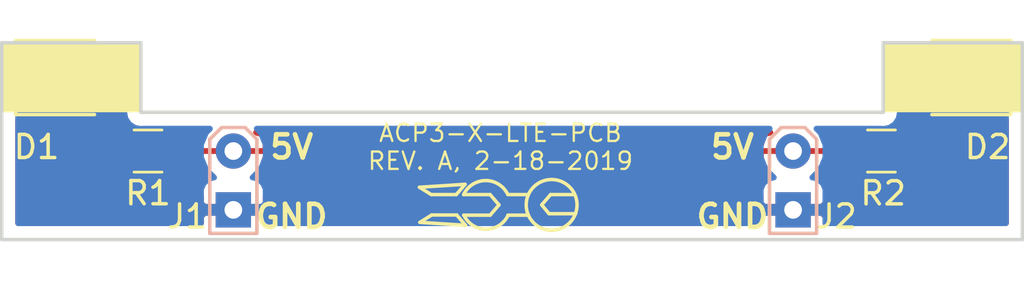
<source format=kicad_pcb>
(kicad_pcb (version 20171130) (host pcbnew "(5.0.0)")

  (general
    (thickness 1.6)
    (drawings 13)
    (tracks 8)
    (zones 0)
    (modules 7)
    (nets 5)
  )

  (page A4)
  (layers
    (0 F.Cu signal)
    (31 B.Cu signal)
    (32 B.Adhes user)
    (33 F.Adhes user)
    (34 B.Paste user)
    (35 F.Paste user)
    (36 B.SilkS user)
    (37 F.SilkS user)
    (38 B.Mask user)
    (39 F.Mask user)
    (40 Dwgs.User user)
    (41 Cmts.User user)
    (42 Eco1.User user)
    (43 Eco2.User user)
    (44 Edge.Cuts user)
    (45 Margin user)
    (46 B.CrtYd user)
    (47 F.CrtYd user)
    (48 B.Fab user)
    (49 F.Fab user)
  )

  (setup
    (last_trace_width 0.25)
    (trace_clearance 0.2)
    (zone_clearance 0.508)
    (zone_45_only no)
    (trace_min 0.2)
    (segment_width 0.2)
    (edge_width 0.15)
    (via_size 0.8)
    (via_drill 0.4)
    (via_min_size 0.4)
    (via_min_drill 0.3)
    (uvia_size 0.3)
    (uvia_drill 0.1)
    (uvias_allowed no)
    (uvia_min_size 0.2)
    (uvia_min_drill 0.1)
    (pcb_text_width 0.3)
    (pcb_text_size 1.5 1.5)
    (mod_edge_width 0.15)
    (mod_text_size 1 1)
    (mod_text_width 0.15)
    (pad_size 1.524 1.524)
    (pad_drill 0.762)
    (pad_to_mask_clearance 0.0508)
    (aux_axis_origin 0 0)
    (grid_origin 107.95 63.5)
    (visible_elements FFFFFF7F)
    (pcbplotparams
      (layerselection 0x010fc_ffffffff)
      (usegerberextensions false)
      (usegerberattributes false)
      (usegerberadvancedattributes false)
      (creategerberjobfile false)
      (excludeedgelayer true)
      (linewidth 0.254000)
      (plotframeref false)
      (viasonmask false)
      (mode 1)
      (useauxorigin false)
      (hpglpennumber 1)
      (hpglpenspeed 20)
      (hpglpendiameter 15.000000)
      (psnegative false)
      (psa4output false)
      (plotreference true)
      (plotvalue true)
      (plotinvisibletext false)
      (padsonsilk false)
      (subtractmaskfromsilk false)
      (outputformat 1)
      (mirror false)
      (drillshape 1)
      (scaleselection 1)
      (outputdirectory ""))
  )

  (net 0 "")
  (net 1 GND)
  (net 2 "Net-(D1-Pad2)")
  (net 3 "Net-(D2-Pad2)")
  (net 4 5V)

  (net_class Default "This is the default net class."
    (clearance 0.2)
    (trace_width 0.25)
    (via_dia 0.8)
    (via_drill 0.4)
    (uvia_dia 0.3)
    (uvia_drill 0.1)
    (add_net 5V)
    (add_net GND)
    (add_net "Net-(D1-Pad2)")
    (add_net "Net-(D2-Pad2)")
  )

  (module "AOR_custom:WL-SMTW SMD LED" (layer F.Cu) (tedit 5C2849BC) (tstamp 5C7793F2)
    (at 107.95 63.5)
    (path /5C6B4429)
    (fp_text reference D1 (at -1.5 3) (layer F.SilkS)
      (effects (font (size 1 1) (thickness 0.15)))
    )
    (fp_text value LED (at 0.1 2.5) (layer F.Fab)
      (effects (font (size 1 1) (thickness 0.15)))
    )
    (fp_line (start -1.6 1.4) (end 1.6 1.4) (layer F.SilkS) (width 0.15))
    (fp_line (start 1.6 1.4) (end 1.6 -1.4) (layer F.SilkS) (width 0.15))
    (fp_line (start -1.6 -0.8) (end -1 -1.4) (layer F.SilkS) (width 0.15))
    (fp_line (start -1 -1.4) (end 1.6 -1.4) (layer F.SilkS) (width 0.15))
    (fp_line (start -1.6 1.4) (end -1.6 -0.8) (layer F.SilkS) (width 0.15))
    (fp_line (start 1 -1.6) (end -2.4 -1.6) (layer F.SilkS) (width 0.15))
    (fp_line (start -2.4 -1.6) (end -2.4 1.6) (layer F.SilkS) (width 0.15))
    (fp_line (start -2.4 1.6) (end 1 1.6) (layer F.SilkS) (width 0.15))
    (pad 1 smd roundrect (at -1.425 0) (size 1.6 2.4) (layers F.Cu F.Paste F.Mask) (roundrect_rratio 0.25)
      (net 1 GND))
    (pad 2 smd roundrect (at 1.425 0) (size 1.6 2.4) (layers F.Cu F.Paste F.Mask) (roundrect_rratio 0.25)
      (net 2 "Net-(D1-Pad2)"))
  )

  (module "AOR_custom:WL-SMTW SMD LED" (layer F.Cu) (tedit 5C2849BC) (tstamp 5C779400)
    (at 146.05 63.5 180)
    (path /5C6B477F)
    (fp_text reference D2 (at -1.4 -3 180) (layer F.SilkS)
      (effects (font (size 1 1) (thickness 0.15)))
    )
    (fp_text value LED (at 0.1 2.5 180) (layer F.Fab)
      (effects (font (size 1 1) (thickness 0.15)))
    )
    (fp_line (start -2.4 1.6) (end 1 1.6) (layer F.SilkS) (width 0.15))
    (fp_line (start -2.4 -1.6) (end -2.4 1.6) (layer F.SilkS) (width 0.15))
    (fp_line (start 1 -1.6) (end -2.4 -1.6) (layer F.SilkS) (width 0.15))
    (fp_line (start -1.6 1.4) (end -1.6 -0.8) (layer F.SilkS) (width 0.15))
    (fp_line (start -1 -1.4) (end 1.6 -1.4) (layer F.SilkS) (width 0.15))
    (fp_line (start -1.6 -0.8) (end -1 -1.4) (layer F.SilkS) (width 0.15))
    (fp_line (start 1.6 1.4) (end 1.6 -1.4) (layer F.SilkS) (width 0.15))
    (fp_line (start -1.6 1.4) (end 1.6 1.4) (layer F.SilkS) (width 0.15))
    (pad 2 smd roundrect (at 1.425 0 180) (size 1.6 2.4) (layers F.Cu F.Paste F.Mask) (roundrect_rratio 0.25)
      (net 3 "Net-(D2-Pad2)"))
    (pad 1 smd roundrect (at -1.425 0 180) (size 1.6 2.4) (layers F.Cu F.Paste F.Mask) (roundrect_rratio 0.25)
      (net 1 GND))
  )

  (module AOR_custom:header_01x02 (layer F.Cu) (tedit 5C6B48DB) (tstamp 5C779413)
    (at 114.935 67.945 90)
    (path /5C6B467A)
    (fp_text reference J1 (at -1.555 -1.985 180) (layer F.SilkS)
      (effects (font (size 1 1) (thickness 0.15)))
    )
    (fp_text value Conn_01x02 (at 0 -0.5 90) (layer F.Fab)
      (effects (font (size 1 1) (thickness 0.15)))
    )
    (fp_line (start -2.286 1.016) (end 1.778 1.016) (layer F.SilkS) (width 0.15))
    (fp_line (start 1.778 1.016) (end 2.286 0.508) (layer F.SilkS) (width 0.15))
    (fp_line (start 2.286 0.508) (end 2.286 -0.508) (layer F.SilkS) (width 0.15))
    (fp_line (start 2.286 -0.508) (end 1.778 -1.016) (layer F.SilkS) (width 0.15))
    (fp_line (start 1.778 -1.016) (end -2.286 -1.016) (layer F.SilkS) (width 0.15))
    (fp_line (start -2.286 -1.016) (end -2.286 1.016) (layer F.SilkS) (width 0.15))
    (fp_line (start -2.286 1.016) (end 1.778 1.016) (layer B.SilkS) (width 0.15))
    (fp_line (start 1.778 1.016) (end 2.286 0.508) (layer B.SilkS) (width 0.15))
    (fp_line (start 2.286 0.508) (end 2.286 -0.508) (layer B.SilkS) (width 0.15))
    (fp_line (start 2.286 -0.508) (end 1.778 -1.016) (layer B.SilkS) (width 0.15))
    (fp_line (start 1.778 -1.016) (end -2.286 -1.016) (layer B.SilkS) (width 0.15))
    (fp_line (start -2.286 -1.016) (end -2.286 1.016) (layer B.SilkS) (width 0.15))
    (fp_text user "" (at 0 1.778 90) (layer B.SilkS)
      (effects (font (size 1 1) (thickness 0.15)) (justify mirror))
    )
    (pad 1 thru_hole rect (at -1.27 0 90) (size 1.524 1.524) (drill 0.762) (layers *.Cu *.Mask)
      (net 1 GND))
    (pad 2 thru_hole circle (at 1.27 0 90) (size 1.524 1.524) (drill 0.762) (layers *.Cu *.Mask)
      (net 4 5V))
  )

  (module AOR_custom:header_01x02 (layer F.Cu) (tedit 5C6B48C9) (tstamp 5C779AD2)
    (at 139.065 67.945 90)
    (path /5C6B471C)
    (fp_text reference J2 (at -1.555 1.885 180) (layer F.SilkS)
      (effects (font (size 1 1) (thickness 0.15)))
    )
    (fp_text value Conn_01x02 (at 0 -0.5 90) (layer F.Fab)
      (effects (font (size 1 1) (thickness 0.15)))
    )
    (fp_text user "" (at 0 1.778 90) (layer B.SilkS)
      (effects (font (size 1 1) (thickness 0.15)) (justify mirror))
    )
    (fp_line (start -2.286 -1.016) (end -2.286 1.016) (layer B.SilkS) (width 0.15))
    (fp_line (start 1.778 -1.016) (end -2.286 -1.016) (layer B.SilkS) (width 0.15))
    (fp_line (start 2.286 -0.508) (end 1.778 -1.016) (layer B.SilkS) (width 0.15))
    (fp_line (start 2.286 0.508) (end 2.286 -0.508) (layer B.SilkS) (width 0.15))
    (fp_line (start 1.778 1.016) (end 2.286 0.508) (layer B.SilkS) (width 0.15))
    (fp_line (start -2.286 1.016) (end 1.778 1.016) (layer B.SilkS) (width 0.15))
    (fp_line (start -2.286 -1.016) (end -2.286 1.016) (layer F.SilkS) (width 0.15))
    (fp_line (start 1.778 -1.016) (end -2.286 -1.016) (layer F.SilkS) (width 0.15))
    (fp_line (start 2.286 -0.508) (end 1.778 -1.016) (layer F.SilkS) (width 0.15))
    (fp_line (start 2.286 0.508) (end 2.286 -0.508) (layer F.SilkS) (width 0.15))
    (fp_line (start 1.778 1.016) (end 2.286 0.508) (layer F.SilkS) (width 0.15))
    (fp_line (start -2.286 1.016) (end 1.778 1.016) (layer F.SilkS) (width 0.15))
    (pad 2 thru_hole circle (at 1.27 0 90) (size 1.524 1.524) (drill 0.762) (layers *.Cu *.Mask)
      (net 4 5V))
    (pad 1 thru_hole rect (at -1.27 0 90) (size 1.524 1.524) (drill 0.762) (layers *.Cu *.Mask)
      (net 1 GND))
  )

  (module Resistor_SMD:R_1206_3216Metric (layer F.Cu) (tedit 5B301BBD) (tstamp 5C779437)
    (at 111.255 66.675 180)
    (descr "Resistor SMD 1206 (3216 Metric), square (rectangular) end terminal, IPC_7351 nominal, (Body size source: http://www.tortai-tech.com/upload/download/2011102023233369053.pdf), generated with kicad-footprint-generator")
    (tags resistor)
    (path /5C6B4584)
    (attr smd)
    (fp_text reference R1 (at 0 -1.82 180) (layer F.SilkS)
      (effects (font (size 1 1) (thickness 0.15)))
    )
    (fp_text value 220 (at 0 1.82 180) (layer F.Fab)
      (effects (font (size 1 1) (thickness 0.15)))
    )
    (fp_line (start -1.6 0.8) (end -1.6 -0.8) (layer F.Fab) (width 0.1))
    (fp_line (start -1.6 -0.8) (end 1.6 -0.8) (layer F.Fab) (width 0.1))
    (fp_line (start 1.6 -0.8) (end 1.6 0.8) (layer F.Fab) (width 0.1))
    (fp_line (start 1.6 0.8) (end -1.6 0.8) (layer F.Fab) (width 0.1))
    (fp_line (start -0.602064 -0.91) (end 0.602064 -0.91) (layer F.SilkS) (width 0.12))
    (fp_line (start -0.602064 0.91) (end 0.602064 0.91) (layer F.SilkS) (width 0.12))
    (fp_line (start -2.28 1.12) (end -2.28 -1.12) (layer F.CrtYd) (width 0.05))
    (fp_line (start -2.28 -1.12) (end 2.28 -1.12) (layer F.CrtYd) (width 0.05))
    (fp_line (start 2.28 -1.12) (end 2.28 1.12) (layer F.CrtYd) (width 0.05))
    (fp_line (start 2.28 1.12) (end -2.28 1.12) (layer F.CrtYd) (width 0.05))
    (fp_text user %R (at 0 0 180) (layer F.Fab)
      (effects (font (size 0.8 0.8) (thickness 0.12)))
    )
    (pad 1 smd roundrect (at -1.4 0 180) (size 1.25 1.75) (layers F.Cu F.Paste F.Mask) (roundrect_rratio 0.2)
      (net 4 5V))
    (pad 2 smd roundrect (at 1.4 0 180) (size 1.25 1.75) (layers F.Cu F.Paste F.Mask) (roundrect_rratio 0.2)
      (net 2 "Net-(D1-Pad2)"))
    (model ${KISYS3DMOD}/Resistor_SMD.3dshapes/R_1206_3216Metric.wrl
      (at (xyz 0 0 0))
      (scale (xyz 1 1 1))
      (rotate (xyz 0 0 0))
    )
  )

  (module Resistor_SMD:R_1206_3216Metric (layer F.Cu) (tedit 5B301BBD) (tstamp 5C77978A)
    (at 142.875 66.675)
    (descr "Resistor SMD 1206 (3216 Metric), square (rectangular) end terminal, IPC_7351 nominal, (Body size source: http://www.tortai-tech.com/upload/download/2011102023233369053.pdf), generated with kicad-footprint-generator")
    (tags resistor)
    (path /5C6B4786)
    (attr smd)
    (fp_text reference R2 (at 0.075 1.825) (layer F.SilkS)
      (effects (font (size 1 1) (thickness 0.15)))
    )
    (fp_text value 220 (at 0 1.82) (layer F.Fab)
      (effects (font (size 1 1) (thickness 0.15)))
    )
    (fp_text user %R (at 0 0) (layer F.Fab)
      (effects (font (size 0.8 0.8) (thickness 0.12)))
    )
    (fp_line (start 2.28 1.12) (end -2.28 1.12) (layer F.CrtYd) (width 0.05))
    (fp_line (start 2.28 -1.12) (end 2.28 1.12) (layer F.CrtYd) (width 0.05))
    (fp_line (start -2.28 -1.12) (end 2.28 -1.12) (layer F.CrtYd) (width 0.05))
    (fp_line (start -2.28 1.12) (end -2.28 -1.12) (layer F.CrtYd) (width 0.05))
    (fp_line (start -0.602064 0.91) (end 0.602064 0.91) (layer F.SilkS) (width 0.12))
    (fp_line (start -0.602064 -0.91) (end 0.602064 -0.91) (layer F.SilkS) (width 0.12))
    (fp_line (start 1.6 0.8) (end -1.6 0.8) (layer F.Fab) (width 0.1))
    (fp_line (start 1.6 -0.8) (end 1.6 0.8) (layer F.Fab) (width 0.1))
    (fp_line (start -1.6 -0.8) (end 1.6 -0.8) (layer F.Fab) (width 0.1))
    (fp_line (start -1.6 0.8) (end -1.6 -0.8) (layer F.Fab) (width 0.1))
    (pad 2 smd roundrect (at 1.4 0) (size 1.25 1.75) (layers F.Cu F.Paste F.Mask) (roundrect_rratio 0.2)
      (net 3 "Net-(D2-Pad2)"))
    (pad 1 smd roundrect (at -1.4 0) (size 1.25 1.75) (layers F.Cu F.Paste F.Mask) (roundrect_rratio 0.2)
      (net 4 5V))
    (model ${KISYS3DMOD}/Resistor_SMD.3dshapes/R_1206_3216Metric.wrl
      (at (xyz 0 0 0))
      (scale (xyz 1 1 1))
      (rotate (xyz 0 0 0))
    )
  )

  (module AOR_custom:AOR_LOGO (layer F.Cu) (tedit 5C26ADAA) (tstamp 5C779A59)
    (at 126.45 69)
    (fp_text reference G*** (at 0 0) (layer F.SilkS) hide
      (effects (font (size 1.524 1.524) (thickness 0.3)))
    )
    (fp_text value AOR_LOGO (at 0.75 0) (layer F.SilkS) hide
      (effects (font (size 1.524 1.524) (thickness 0.3)))
    )
    (fp_line (start -2.965628 0.43653) (end -3.473628 0.75403) (layer F.SilkS) (width 0.15))
    (fp_line (start -3.473628 0.75403) (end -1.505128 0.88103) (layer F.SilkS) (width 0.15))
    (fp_line (start -1.886128 0.43653) (end -2.965628 0.43653) (layer F.SilkS) (width 0.15))
    (fp_line (start -1.505128 0.88103) (end -1.886128 0.43653) (layer F.SilkS) (width 0.15))
    (fp_line (start -1.524 -0.889) (end -1.905 -0.4445) (layer F.SilkS) (width 0.15))
    (fp_line (start -3.4925 -0.762) (end -1.524 -0.889) (layer F.SilkS) (width 0.15))
    (fp_line (start -2.9845 -0.4445) (end -3.4925 -0.762) (layer F.SilkS) (width 0.15))
    (fp_line (start -1.905 -0.4445) (end -2.9845 -0.4445) (layer F.SilkS) (width 0.15))
    (fp_line (start 2.0955 0.381) (end 3.2385 0.381) (layer F.SilkS) (width 0.15))
    (fp_line (start 1.778 0) (end 2.0955 0.381) (layer F.SilkS) (width 0.15))
    (fp_line (start 2.159 -0.4445) (end 3.175 -0.4445) (layer F.SilkS) (width 0.15))
    (fp_line (start 1.778 0) (end 2.159 -0.4445) (layer F.SilkS) (width 0.15))
    (fp_line (start 0.3175 0.4445) (end 1.2065 0.4445) (layer F.SilkS) (width 0.15))
    (fp_line (start 0.3175 -0.4445) (end 1.2065 -0.4445) (layer F.SilkS) (width 0.15))
    (fp_line (start -0.4445 0.4445) (end -1.5875 0.4445) (layer F.SilkS) (width 0.15))
    (fp_line (start -0.0635 0) (end -0.4445 0.4445) (layer F.SilkS) (width 0.15))
    (fp_line (start -0.4445 -0.4445) (end -0.0635 0) (layer F.SilkS) (width 0.15))
    (fp_line (start -1.5875 -0.4445) (end -0.4445 -0.4445) (layer F.SilkS) (width 0.15))
    (fp_arc (start -0.635 0) (end -1.587499 -0.444499) (angle 128.4180553) (layer F.SilkS) (width 0.15))
    (fp_arc (start -0.622642 0) (end -1.575141 0.444499) (angle -128.4180553) (layer F.SilkS) (width 0.15))
    (fp_circle (center 2.205821 0) (end 3.285321 0.1905) (layer F.SilkS) (width 0.15))
  )

  (gr_text "ACP3-X-LTE-PCB\nREV. A, 2-18-2019" (at 126.45 66.5) (layer F.SilkS) (tstamp 5C7798DC)
    (effects (font (size 0.75 0.75) (thickness 0.1)))
  )
  (gr_text GND (at 136.45 69.5) (layer F.SilkS) (tstamp 5C7798D8)
    (effects (font (size 1 1) (thickness 0.2)))
  )
  (gr_text GND (at 117.45 69.5) (layer F.SilkS) (tstamp 5C7798D4)
    (effects (font (size 1 1) (thickness 0.2)))
  )
  (gr_text 5V (at 136.45 66.5) (layer F.SilkS) (tstamp 5C7798D1)
    (effects (font (size 1 1) (thickness 0.2)))
  )
  (gr_text 5V (at 117.45 66.5) (layer F.SilkS)
    (effects (font (size 1 1) (thickness 0.2)))
  )
  (gr_line (start 104.95 62) (end 104.95 70.5) (layer Edge.Cuts) (width 0.15))
  (gr_line (start 110.95 62) (end 104.95 62) (layer Edge.Cuts) (width 0.15))
  (gr_line (start 110.95 65) (end 110.95 62) (layer Edge.Cuts) (width 0.15))
  (gr_line (start 142.95 65) (end 110.95 65) (layer Edge.Cuts) (width 0.15))
  (gr_line (start 142.95 62) (end 142.95 65) (layer Edge.Cuts) (width 0.15))
  (gr_line (start 148.95 62) (end 142.95 62) (layer Edge.Cuts) (width 0.15))
  (gr_line (start 148.95 70.5) (end 148.95 62) (layer Edge.Cuts) (width 0.15))
  (gr_line (start 104.95 70.5) (end 148.95 70.5) (layer Edge.Cuts) (width 0.15))

  (segment (start 109.855 63.98) (end 109.375 63.5) (width 0.25) (layer F.Cu) (net 2))
  (segment (start 109.855 66.675) (end 109.855 63.98) (width 0.25) (layer F.Cu) (net 2))
  (segment (start 144.275 63.85) (end 144.625 63.5) (width 0.25) (layer F.Cu) (net 3))
  (segment (start 144.275 66.675) (end 144.275 63.85) (width 0.25) (layer F.Cu) (net 3))
  (segment (start 114.935 66.675) (end 112.655 66.675) (width 0.25) (layer F.Cu) (net 4))
  (segment (start 139.065 66.675) (end 141.475 66.675) (width 0.25) (layer F.Cu) (net 4))
  (segment (start 137.63737 66.675) (end 114.935 66.675) (width 0.25) (layer F.Cu) (net 4))
  (segment (start 137.63737 66.675) (end 139.065 66.675) (width 0.25) (layer F.Cu) (net 4))

  (zone (net 1) (net_name GND) (layer F.Cu) (tstamp 5C779C9E) (hatch edge 0.508)
    (connect_pads (clearance 0.508))
    (min_thickness 0.254)
    (fill yes (arc_segments 16) (thermal_gap 0.508) (thermal_bridge_width 0.508))
    (polygon
      (pts
        (xy 110.95 62) (xy 110.95 68.5) (xy 142.95 68.5) (xy 142.95 62) (xy 148.95 62)
        (xy 148.95 70.5) (xy 104.95 70.5) (xy 104.95 62)
      )
    )
    (filled_polygon
      (pts
        (xy 106.652 63.373) (xy 106.672 63.373) (xy 106.672 63.627) (xy 106.652 63.627) (xy 106.652 65.17625)
        (xy 106.81075 65.335) (xy 107.451309 65.335) (xy 107.684698 65.238327) (xy 107.863327 65.059699) (xy 107.96 64.82631)
        (xy 107.96 64.463086) (xy 108.007292 64.700838) (xy 108.234348 65.040652) (xy 108.574162 65.267708) (xy 108.953535 65.34317)
        (xy 108.845414 65.415414) (xy 108.650874 65.706565) (xy 108.58256 66.05) (xy 108.58256 67.3) (xy 108.650874 67.643435)
        (xy 108.845414 67.934586) (xy 109.136565 68.129126) (xy 109.48 68.19744) (xy 110.23 68.19744) (xy 110.573435 68.129126)
        (xy 110.823 67.962373) (xy 110.823 68.5) (xy 110.832667 68.548601) (xy 110.860197 68.589803) (xy 110.901399 68.617333)
        (xy 110.95 68.627) (xy 113.538 68.627) (xy 113.538 68.92925) (xy 113.69675 69.088) (xy 114.808 69.088)
        (xy 114.808 69.068) (xy 115.062 69.068) (xy 115.062 69.088) (xy 116.17325 69.088) (xy 116.332 68.92925)
        (xy 116.332 68.627) (xy 137.668 68.627) (xy 137.668 68.92925) (xy 137.82675 69.088) (xy 138.938 69.088)
        (xy 138.938 69.068) (xy 139.192 69.068) (xy 139.192 69.088) (xy 140.30325 69.088) (xy 140.462 68.92925)
        (xy 140.462 68.627) (xy 142.95 68.627) (xy 142.998601 68.617333) (xy 143.039803 68.589803) (xy 143.067333 68.548601)
        (xy 143.077 68.5) (xy 143.077 67.652603) (xy 143.265414 67.934586) (xy 143.556565 68.129126) (xy 143.9 68.19744)
        (xy 144.65 68.19744) (xy 144.993435 68.129126) (xy 145.284586 67.934586) (xy 145.479126 67.643435) (xy 145.54744 67.3)
        (xy 145.54744 66.05) (xy 145.479126 65.706565) (xy 145.284586 65.415414) (xy 145.146643 65.323244) (xy 145.425838 65.267708)
        (xy 145.765652 65.040652) (xy 145.992708 64.700838) (xy 146.04 64.463086) (xy 146.04 64.82631) (xy 146.136673 65.059699)
        (xy 146.315302 65.238327) (xy 146.548691 65.335) (xy 147.18925 65.335) (xy 147.348 65.17625) (xy 147.348 63.627)
        (xy 147.328 63.627) (xy 147.328 63.373) (xy 147.348 63.373) (xy 147.348 63.353) (xy 147.602 63.353)
        (xy 147.602 63.373) (xy 147.622 63.373) (xy 147.622 63.627) (xy 147.602 63.627) (xy 147.602 65.17625)
        (xy 147.76075 65.335) (xy 148.240001 65.335) (xy 148.24 69.79) (xy 140.462 69.79) (xy 140.462 69.50075)
        (xy 140.30325 69.342) (xy 139.192 69.342) (xy 139.192 69.362) (xy 138.938 69.362) (xy 138.938 69.342)
        (xy 137.82675 69.342) (xy 137.668 69.50075) (xy 137.668 69.79) (xy 116.332 69.79) (xy 116.332 69.50075)
        (xy 116.17325 69.342) (xy 115.062 69.342) (xy 115.062 69.362) (xy 114.808 69.362) (xy 114.808 69.342)
        (xy 113.69675 69.342) (xy 113.538 69.50075) (xy 113.538 69.79) (xy 105.66 69.79) (xy 105.66 65.335)
        (xy 106.23925 65.335) (xy 106.398 65.17625) (xy 106.398 63.627) (xy 106.378 63.627) (xy 106.378 63.373)
        (xy 106.398 63.373) (xy 106.398 63.353) (xy 106.652 63.353)
      )
    )
  )
  (zone (net 1) (net_name GND) (layer B.Cu) (tstamp 5C779C9B) (hatch edge 0.508)
    (connect_pads (clearance 0.508))
    (min_thickness 0.254)
    (fill yes (arc_segments 16) (thermal_gap 0.508) (thermal_bridge_width 0.508))
    (polygon
      (pts
        (xy 104.95 62) (xy 110.95 62) (xy 110.95 65) (xy 142.95 65) (xy 142.95 62)
        (xy 148.95 62) (xy 148.95 70.5) (xy 104.95 70.5)
      )
    )
    (filled_polygon
      (pts
        (xy 110.24 64.930074) (xy 110.226091 65) (xy 110.281195 65.277028) (xy 110.438119 65.511881) (xy 110.672972 65.668805)
        (xy 110.95 65.723909) (xy 111.019925 65.71) (xy 113.924343 65.71) (xy 113.75068 65.883663) (xy 113.538 66.397119)
        (xy 113.538 66.952881) (xy 113.75068 67.466337) (xy 114.102343 67.818) (xy 114.04669 67.818) (xy 113.813301 67.914673)
        (xy 113.634673 68.093302) (xy 113.538 68.326691) (xy 113.538 68.92925) (xy 113.69675 69.088) (xy 114.808 69.088)
        (xy 114.808 69.068) (xy 115.062 69.068) (xy 115.062 69.088) (xy 116.17325 69.088) (xy 116.332 68.92925)
        (xy 116.332 68.326691) (xy 116.235327 68.093302) (xy 116.056699 67.914673) (xy 115.82331 67.818) (xy 115.767657 67.818)
        (xy 116.11932 67.466337) (xy 116.332 66.952881) (xy 116.332 66.397119) (xy 116.11932 65.883663) (xy 115.945657 65.71)
        (xy 138.054343 65.71) (xy 137.88068 65.883663) (xy 137.668 66.397119) (xy 137.668 66.952881) (xy 137.88068 67.466337)
        (xy 138.232343 67.818) (xy 138.17669 67.818) (xy 137.943301 67.914673) (xy 137.764673 68.093302) (xy 137.668 68.326691)
        (xy 137.668 68.92925) (xy 137.82675 69.088) (xy 138.938 69.088) (xy 138.938 69.068) (xy 139.192 69.068)
        (xy 139.192 69.088) (xy 140.30325 69.088) (xy 140.462 68.92925) (xy 140.462 68.326691) (xy 140.365327 68.093302)
        (xy 140.186699 67.914673) (xy 139.95331 67.818) (xy 139.897657 67.818) (xy 140.24932 67.466337) (xy 140.462 66.952881)
        (xy 140.462 66.397119) (xy 140.24932 65.883663) (xy 140.075657 65.71) (xy 142.880075 65.71) (xy 142.95 65.723909)
        (xy 143.227028 65.668805) (xy 143.461881 65.511881) (xy 143.618805 65.277028) (xy 143.66 65.069926) (xy 143.66 65.069925)
        (xy 143.673909 65) (xy 143.66 64.930074) (xy 143.66 62.71) (xy 148.240001 62.71) (xy 148.24 69.79)
        (xy 140.462 69.79) (xy 140.462 69.50075) (xy 140.30325 69.342) (xy 139.192 69.342) (xy 139.192 69.362)
        (xy 138.938 69.362) (xy 138.938 69.342) (xy 137.82675 69.342) (xy 137.668 69.50075) (xy 137.668 69.79)
        (xy 116.332 69.79) (xy 116.332 69.50075) (xy 116.17325 69.342) (xy 115.062 69.342) (xy 115.062 69.362)
        (xy 114.808 69.362) (xy 114.808 69.342) (xy 113.69675 69.342) (xy 113.538 69.50075) (xy 113.538 69.79)
        (xy 105.66 69.79) (xy 105.66 62.71) (xy 110.240001 62.71)
      )
    )
  )
  (zone (net 0) (net_name "") (layer F.SilkS) (tstamp 5C779C98) (hatch edge 0.508)
    (connect_pads (clearance 0.508))
    (min_thickness 0.254)
    (fill yes (arc_segments 16) (thermal_gap 0.508) (thermal_bridge_width 0.508))
    (polygon
      (pts
        (xy 110.95 65) (xy 110.95 62) (xy 104.95 62) (xy 104.95 65)
      )
    )
    (filled_polygon
      (pts
        (xy 110.823 64.873) (xy 105.077 64.873) (xy 105.077 62.127) (xy 110.823 62.127)
      )
    )
  )
  (zone (net 0) (net_name "") (layer F.SilkS) (tstamp 5C779C95) (hatch edge 0.508)
    (connect_pads (clearance 0.508))
    (min_thickness 0.254)
    (fill yes (arc_segments 16) (thermal_gap 0.508) (thermal_bridge_width 0.508))
    (polygon
      (pts
        (xy 142.95 65) (xy 148.95 65) (xy 148.95 62) (xy 142.95 62)
      )
    )
    (filled_polygon
      (pts
        (xy 148.823 64.873) (xy 143.077 64.873) (xy 143.077 62.127) (xy 148.823 62.127)
      )
    )
  )
  (zone (net 4) (net_name 5V) (layer F.Cu) (tstamp 0) (hatch edge 0.508)
    (connect_pads (clearance 0.508))
    (min_thickness 0.254)
    (fill yes (arc_segments 16) (thermal_gap 0.508) (thermal_bridge_width 0.508))
    (polygon
      (pts
        (xy 111.95 65) (xy 111.95 67.5) (xy 141.95 67.5) (xy 141.95 65)
      )
    )
    (filled_polygon
      (pts
        (xy 137.969774 65.759382) (xy 138.084785 65.874393) (xy 137.842603 65.943857) (xy 137.655856 66.467302) (xy 137.683638 67.022368)
        (xy 137.828875 67.373) (xy 116.169221 67.373) (xy 116.344144 66.882698) (xy 116.316362 66.327632) (xy 116.157397 65.943857)
        (xy 115.915215 65.874393) (xy 116.030226 65.759382) (xy 115.980844 65.71) (xy 138.019156 65.71)
      )
    )
    (filled_polygon
      (pts
        (xy 115.128748 66.660858) (xy 115.114605 66.675) (xy 115.128748 66.689143) (xy 114.949143 66.868748) (xy 114.935 66.854605)
        (xy 114.920858 66.868748) (xy 114.741253 66.689143) (xy 114.755395 66.675) (xy 114.741253 66.660858) (xy 114.920858 66.481253)
        (xy 114.935 66.495395) (xy 114.949143 66.481253)
      )
    )
    (filled_polygon
      (pts
        (xy 139.258748 66.660858) (xy 139.244605 66.675) (xy 139.258748 66.689143) (xy 139.079143 66.868748) (xy 139.065 66.854605)
        (xy 139.050858 66.868748) (xy 138.871253 66.689143) (xy 138.885395 66.675) (xy 138.871253 66.660858) (xy 139.050858 66.481253)
        (xy 139.065 66.495395) (xy 139.079143 66.481253)
      )
    )
    (filled_polygon
      (pts
        (xy 141.602 66.548) (xy 141.622 66.548) (xy 141.622 66.802) (xy 141.602 66.802) (xy 141.602 66.822)
        (xy 141.348 66.822) (xy 141.348 66.802) (xy 141.328 66.802) (xy 141.328 66.548) (xy 141.348 66.548)
        (xy 141.348 66.528) (xy 141.602 66.528)
      )
    )
    (filled_polygon
      (pts
        (xy 112.782 66.548) (xy 112.802 66.548) (xy 112.802 66.802) (xy 112.782 66.802) (xy 112.782 66.822)
        (xy 112.528 66.822) (xy 112.528 66.802) (xy 112.508 66.802) (xy 112.508 66.548) (xy 112.528 66.548)
        (xy 112.528 66.528) (xy 112.782 66.528)
      )
    )
  )
)

</source>
